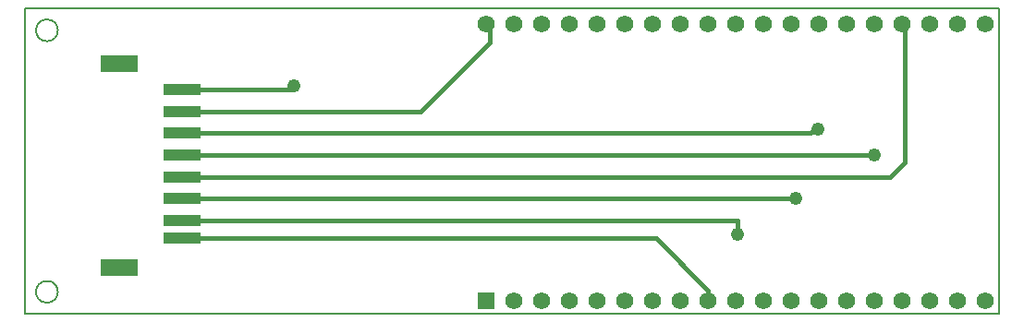
<source format=gbr>
G04 DesignSpark PCB Gerber Version 10.0 Build 5299*
G04 #@! TF.Part,Single*
G04 #@! TF.FileFunction,Copper,L1,Top*
G04 #@! TF.FilePolarity,Positive*
%FSLAX35Y35*%
%MOIN*%
G04 #@! TA.AperFunction,WasherPad*
%ADD71R,0.06142X0.06142*%
G04 #@! TD.AperFunction*
%ADD25C,0.00500*%
%ADD16C,0.01500*%
G04 #@! TA.AperFunction,WasherPad*
%ADD19R,0.13800X0.03900*%
G04 #@! TA.AperFunction,ViaPad*
%ADD17C,0.04800*%
G04 #@! TA.AperFunction,WasherPad*
%ADD18R,0.13800X0.06300*%
%ADD70C,0.06142*%
G04 #@! TD.AperFunction*
X0Y0D02*
D02*
D16*
X56746Y29937D02*
X227848D01*
X246549Y11236D01*
Y7299D01*
X56746Y44307D02*
X278203D01*
X56746Y52181D02*
X312258D01*
X317573Y57496D01*
Y106276D01*
X316549Y107299D01*
X56746Y67929D02*
X283518D01*
X284896Y69307D01*
X286077D01*
X56746Y75803D02*
X142967D01*
X167967Y100803D01*
Y105882D01*
X166549Y107299D01*
X57730Y69307D02*
X50919D01*
X97100Y85055D02*
Y83677D01*
X56746D01*
X167967Y108677D02*
X166549Y107299D01*
X257337Y31492D02*
Y36433D01*
X56746D01*
X278203Y6315D02*
X276549Y7299D01*
X306549Y60055D02*
X56746D01*
D02*
D17*
X97100Y85055D03*
X257337Y31492D03*
X278203Y44307D03*
X286077Y69307D03*
X306549Y60055D03*
D02*
D18*
X34108Y19307D03*
Y92929D03*
D02*
D19*
X56746Y29937D03*
Y36433D03*
Y44307D03*
Y52181D03*
Y60055D03*
Y67929D03*
Y75803D03*
Y83677D03*
D02*
D70*
X166549Y107299D03*
X176549Y7299D03*
Y107299D03*
X186549Y7299D03*
Y107299D03*
X196549Y7299D03*
Y107299D03*
X206549Y7299D03*
Y107299D03*
X216549Y7299D03*
Y107299D03*
X226549Y7299D03*
Y107299D03*
X236549Y7299D03*
Y107299D03*
X246549Y7299D03*
Y107299D03*
X256549Y7299D03*
Y107299D03*
X266549Y7299D03*
Y107299D03*
X276549Y7299D03*
Y107299D03*
X286549Y7299D03*
Y107299D03*
X296549Y7299D03*
Y107299D03*
X306549Y7299D03*
Y107299D03*
X316549Y7299D03*
Y107299D03*
X326549Y7299D03*
Y107299D03*
X336549Y7299D03*
Y107299D03*
X346549Y7299D03*
Y107299D03*
D02*
D71*
X166549Y7299D03*
D02*
D25*
X250Y2772D02*
X351431D01*
Y113008D01*
X250D01*
Y2772D01*
X8124Y6709D02*
G75*
G03*
Y14583I0J3937D01*
G01*
G75*
G03*
Y6709I0J-3937D01*
G01*
Y101197D02*
G75*
G03*
Y109071I0J3937D01*
G01*
G75*
G03*
Y101197I0J-3937D01*
G01*
X0Y0D02*
M02*

</source>
